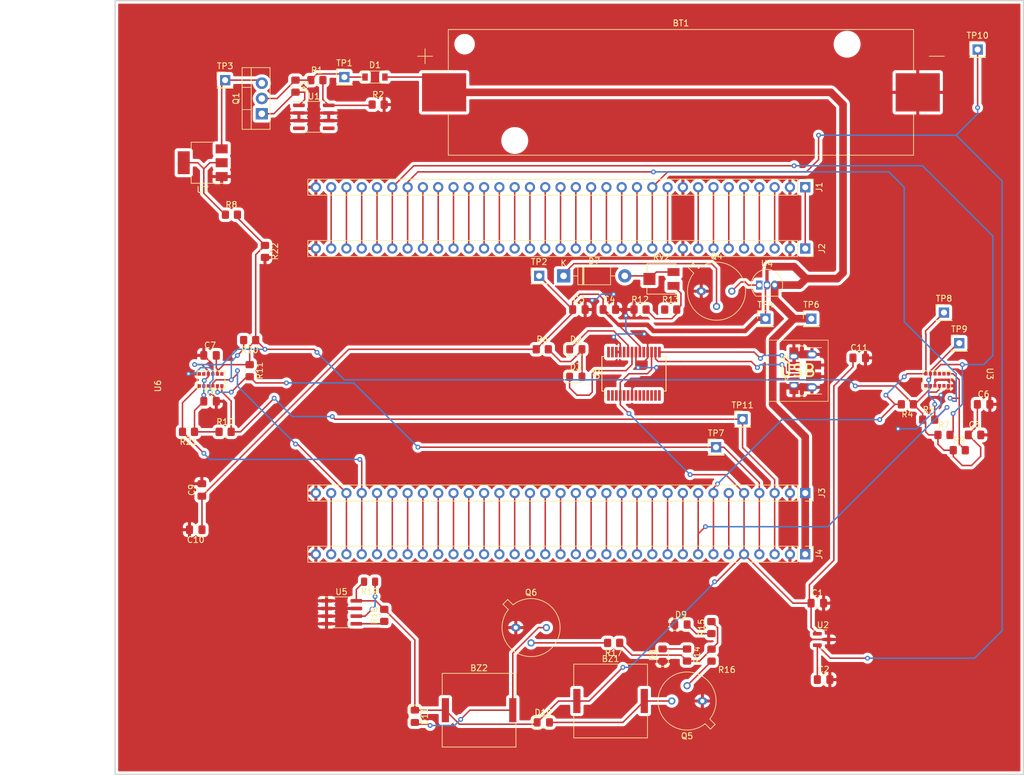
<source format=kicad_pcb>
(kicad_pcb (version 20211014) (generator pcbnew)
  (layers (0 "F.Cu" signal) (31 "B.Cu" signal) (34 "B.Paste" user) (35 "F.Paste" user) (36 "B.SilkS" user "B.Silkscreen") (37 "F.SilkS" user "F.Silkscreen") (38 "B.Mask" user) (39 "F.Mask" user) (44 "Edge.Cuts" user))
  (net 0 "")
  (net 1 "+3V0")
  (net 2 "GND")
  (net 3 "/VBAT")
  (net 4 "/PC13")
  (net 5 "/PC14")
  (net 6 "/PC15")
  (net 7 "/PF0")
  (net 8 "/PF1")
  (net 9 "/NRST")
  (net 10 "/PC0")
  (net 11 "/PC1")
  (net 12 "/PC2")
  (net 13 "/PC3")
  (net 14 "/PA0")
  (net 15 "/PA1")
  (net 16 "/PA2")
  (net 17 "/PA3")
  (net 18 "/PF4")
  (net 19 "/PF5")
  (net 20 "/PA4")
  (net 21 "/PA5")
  (net 22 "/PA6")
  (net 23 "/PA7")
  (net 24 "/PC4")
  (net 25 "/PC5")
  (net 26 "/PB0")
  (net 27 "/PB1")
  (net 28 "/PB2")
  (net 29 "/PB10")
  (net 30 "/PB11")
  (net 31 "/PB12")
  (net 32 "+5V")
  (net 33 "/PB9")
  (net 34 "/PB8")
  (net 35 "/Power/VoutBat")
  (net 36 "/BOOT")
  (net 37 "/PB7")
  (net 38 "/PB6")
  (net 39 "/PB5")
  (net 40 "/PB4")
  (net 41 "/PB3")
  (net 42 "/PD2")
  (net 43 "/PC12")
  (net 44 "/PC11")
  (net 45 "/PC10")
  (net 46 "/PA15")
  (net 47 "/PA14")
  (net 48 "/PF7")
  (net 49 "/PF6")
  (net 50 "/PA13")
  (net 51 "/PA12")
  (net 52 "/PA11")
  (net 53 "/PA10")
  (net 54 "/PA9")
  (net 55 "/PA8")
  (net 56 "/PC9")
  (net 57 "/PC8")
  (net 58 "/PC7")
  (net 59 "/PC6")
  (net 60 "/PB15")
  (net 61 "/PB14")
  (net 62 "/PB13")
  (net 63 "+3V3")
  (net 64 "Net-(BZ1-Pad2)")
  (net 65 "Net-(BZ2-Pad2)")
  (net 66 "Net-(C5-Pad1)")
  (net 67 "/Power/VoutPol")
  (net 68 "Net-(D2-Pad1)")
  (net 69 "Net-(D2-Pad2)")
  (net 70 "Net-(D3-Pad1)")
  (net 71 "Net-(D7-Pad1)")
  (net 72 "Net-(D7-Pad2)")
  (net 73 "Net-(D8-Pad2)")
  (net 74 "Net-(D9-Pad2)")
  (net 75 "/Power/USB_DN")
  (net 76 "/Power/USB_DP")
  (net 78 "Net-(Q1-Pad1)")
  (net 79 "/Power/VoutUnderCut")
  (net 80 "Net-(Q4-Pad3)")
  (net 81 "Net-(Q5-Pad2)")
  (net 82 "Net-(Q6-Pad2)")
  (net 83 "Net-(R1-Pad2)")
  (net 84 "/Power/3.3VDD")
  (net 85 "Net-(R12-Pad2)")
  (net 86 "PA5")
  (net 87 "PB11")
  (net 88 "PB10")
  (net 97 "TX0")
  (net 98 "DTR")
  (net 100 "RX1")
  (net 104 "CTS")
  (footprint "LED_SMD:LED_0805_2012Metric_Pad1.15x1.40mm_HandSolder" (layer "F.Cu") (at 131.064 135.636)
    (fp_text reference "D10")
    (fp_text value "LED")
  )
  (footprint "Capacitor_SMD:C_0805_2012Metric_Pad1.18x1.45mm_HandSolder" (layer "F.Cu") (at 74.352 97.024 90)
    (fp_text reference "C9")
    (fp_text value "0.1uF")
  )
  (footprint "Capacitor_SMD:C_0805_2012Metric_Pad1.18x1.45mm_HandSolder" (layer "F.Cu") (at 75.7135 74.676)
    (fp_text reference "C7")
    (fp_text value "C")
  )
  (footprint "Capacitor_SMD:C_0805_2012Metric_Pad1.18x1.45mm_HandSolder" (layer "F.Cu") (at 176.5785 115.828)
    (fp_text reference "C1")
    (fp_text value "100n")
  )
  (footprint "Capacitor_SMD:C_0805_2012Metric_Pad1.18x1.45mm_HandSolder" (layer "F.Cu") (at 136.976 67.06)
    (fp_text reference "C3")
    (fp_text value "1000u")
  )
  (footprint "Resistor_SMD:R_0805_2012Metric_Pad1.20x1.40mm_HandSolder" (layer "F.Cu") (at 89.9 29.956 -90)
    (fp_text reference "R3")
    (fp_text value "10k")
  )
  (footprint "Capacitor_SMD:C_0805_2012Metric_Pad1.18x1.45mm_HandSolder" (layer "F.Cu") (at 202.692 87.884)
    (fp_text reference "C5")
    (fp_text value "C")
  )
  (footprint "Connector_PinHeader_2.54mm:PinHeader_1x01_P2.54mm_Vertical" (layer "F.Cu") (at 78.216 28.956)
    (fp_text reference "TP3")
    (fp_text value "TestPoint")
  )
  (footprint "Package_TO_SOT_SMD:SOT-23" (layer "F.Cu") (at 177.516 121.858)
    (fp_text reference "U2")
    (fp_text value "MCP9700AT-ETT")
  )
  (footprint "Package_SO:SSOP-28_5.3x10.2mm_P0.65mm" (layer "F.Cu") (at 146.12 77.728 90)
    (fp_text reference "U8")
    (fp_text value "FT232RL")
  )
  (footprint "Resistor_SMD:R_0805_2012Metric_Pad1.20x1.40mm_HandSolder" (layer "F.Cu") (at 147.136 67.06)
    (fp_text reference "R12")
    (fp_text value "2.2k")
  )
  (footprint "Resistor_SMD:R_0805_2012Metric_Pad1.20x1.40mm_HandSolder" (layer "F.Cu") (at 200.152 90.424)
    (fp_text reference "R9")
    (fp_text value "47k")
  )
  (footprint "Resistor_SMD:R_0805_2012Metric_Pad1.20x1.40mm_HandSolder" (layer "F.Cu") (at 78.216 87.376)
    (fp_text reference "R10")
    (fp_text value "47k")
  )
  (footprint "Connector_PinHeader_2.54mm:PinHeader_1x01_P2.54mm_Vertical" (layer "F.Cu") (at 130.372 61.472)
    (fp_text reference "TP2")
    (fp_text value "TestPoint")
  )
  (footprint "Connector_PinHeader_2.54mm:PinHeader_1x01_P2.54mm_Vertical" (layer "F.Cu") (at 98.028 28.448)
    (fp_text reference "TP1")
    (fp_text value "TestPoint")
  )
  (footprint "Resistor_SMD:R_0805_2012Metric_Pad1.20x1.40mm_HandSolder" (layer "F.Cu") (at 84.836 57.404 -90)
    (fp_text reference "R22")
    (fp_text value "2.7k")
  )
  (footprint "Resistor_SMD:R_0805_2012Metric_Pad1.20x1.40mm_HandSolder" (layer "F.Cu") (at 159.004 124.46 -90)
    (fp_text reference "R16")
    (fp_text value "10k")
  )
  (footprint "Resistor_SMD:R_0805_2012Metric_Pad1.20x1.40mm_HandSolder" (layer "F.Cu") (at 191.532 82.804 180)
    (fp_text reference "R4")
    (fp_text value "47k")
  )
  (footprint "Resistor_SMD:R_0805_2012Metric_Pad1.20x1.40mm_HandSolder" (layer "F.Cu") (at 158.988 119.888 90)
    (fp_text reference "R15")
    (fp_text value "330")
  )
  (footprint "Capacitor_SMD:C_0805_2012Metric_Pad1.18x1.45mm_HandSolder" (layer "F.Cu") (at 204.1945 82.804)
    (fp_text reference "C6")
    (fp_text value "C")
  )
  (footprint "Capacitor_SMD:C_0805_2012Metric_Pad1.18x1.45mm_HandSolder" (layer "F.Cu") (at 75.7135 82.296)
    (fp_text reference "C8")
    (fp_text value "C")
  )
  (footprint "Potentiometer_SMD:Potentiometer_Bourns_3224J_Horizontal" (layer "F.Cu") (at 150.692 61.98)
    (fp_text reference "RV2")
    (fp_text value "1k")
  )
  (footprint "Package_TO_SOT_SMD:SOT-223-3_TabPin2" (layer "F.Cu") (at 74.492 42.676 180)
    (fp_text reference "U7")
    (fp_text value "LD1117S50TR_SOT223")
  )
  (footprint "Package_TO_SOT_THT:TO-92_Inline" (layer "F.Cu") (at 166.948 62.996)
    (fp_text reference "U4")
    (fp_text value "LM317L_TO92")
  )
  (footprint "Connector_PinHeader_2.54mm:PinHeader_1x01_P2.54mm_Vertical" (layer "F.Cu") (at 167.964 68.584)
    (fp_text reference "TP4")
    (fp_text value "TestPoint")
  )
  (footprint "Resistor_SMD:R_0805_2012Metric_Pad1.20x1.40mm_HandSolder" (layer "F.Cu") (at 142.748 122.428 180)
    (fp_text reference "R17")
    (fp_text value "10k")
  )
  (footprint "Connector_PinSocket_2.54mm:PinSocket_1x33_P2.54mm_Vertical" (layer "F.Cu") (at 174.568 56.925 -90)
    (fp_text reference "J2")
    (fp_text value "Conn_01x33_Female")
  )
  (footprint "LED_SMD:LED_0805_2012Metric_Pad1.15x1.40mm_HandSolder" (layer "F.Cu") (at 109.728 134.62 -90)
    (fp_text reference "D11")
    (fp_text value "LED")
  )
  (footprint "Package_TO_SOT_THT:TO-220-3_Vertical" (layer "F.Cu") (at 84.312 34.544 90)
    (fp_text reference "Q1")
    (fp_text value "IRF4905")
  )
  (footprint "Battery:BatteryHolder_Keystone_1042_1x18650" (layer "F.Cu") (at 153.924 30.988)
    (fp_text reference "BT1")
    (fp_text value "Battery_Cell")
  )
  (footprint "Resistor_SMD:R_0805_2012Metric_Pad1.20x1.40mm_HandSolder" (layer "F.Cu") (at 130.896 73.664)
    (fp_text reference "R6")
    (fp_text value "300")
  )
  (footprint "Connector_USB:USB_Micro-B_Amphenol_10103594-0001LF_Horizontal" (layer "F.Cu") (at 174.568 77.22 90)
    (fp_text reference "J5")
    (fp_text value "USB_B_Micro")
  )
  (footprint "Resistor_SMD:R_0805_2012Metric_Pad1.20x1.40mm_HandSolder" (layer "F.Cu") (at 104.648 117.856 90)
    (fp_text reference "R18")
    (fp_text value "1k")
  )
  (footprint "Package_SO:SOIC-8_3.9x4.9mm_P1.27mm" (layer "F.Cu") (at 92.948 35.052)
    (fp_text reference "U1")
    (fp_text value "TL431D")
  )
  (footprint "Diode_SMD:D_SOD-123" (layer "F.Cu") (at 103.108 28.448)
    (fp_text reference "D1")
    (fp_text value "D_Schottky")
  )
  (footprint "Package_SO:SOIC-8_3.9x4.9mm_P1.27mm" (layer "F.Cu") (at 97.536 117.348)
    (fp_text reference "U5")
    (fp_text value "CAT24C256")
  )
  (footprint "Connector_PinHeader_2.54mm:PinHeader_1x01_P2.54mm_Vertical" (layer "F.Cu") (at 200.152 72.644)
    (fp_text reference "TP9")
    (fp_text value "TestPoint")
  )
  (footprint "Resistor_SMD:R_0805_2012Metric_Pad1.20x1.40mm_HandSolder" (layer "F.Cu") (at 195.072 85.344)
    (fp_text reference "R5")
    (fp_text value "47k")
  )
  (footprint "Connector_PinHeader_2.54mm:PinHeader_1x33_P2.54mm_Vertical" (layer "F.Cu") (at 174.568 46.74 -90)
    (fp_text reference "J1")
    (fp_text value "Conn_01x33_Female")
  )
  (footprint "LED_SMD:LED_0805_2012Metric_Pad1.15x1.40mm_HandSolder" (layer "F.Cu") (at 150.876 124.46 90)
    (fp_text reference "D8")
    (fp_text value "LED")
  )
  (footprint "Package_TO_SOT_THT:TO-39-3" (layer "F.Cu") (at 157.48 132.08 180)
    (fp_text reference "Q5")
    (fp_text value "2N2219")
  )
  (footprint "Resistor_SMD:R_0805_2012Metric_Pad1.20x1.40mm_HandSolder" (layer "F.Cu") (at 197.612 87.884)
    (fp_text reference "R7")
    (fp_text value "47k")
  )
  (footprint "Capacitor_SMD:C_0805_2012Metric_Pad1.18x1.45mm_HandSolder" (layer "F.Cu") (at 142.0345 67.06)
    (fp_text reference "C4")
    (fp_text value "100n")
  )
  (footprint "Package_TO_SOT_THT:TO-39-3" (layer "F.Cu") (at 126.492 119.888)
    (fp_text reference "Q6")
    (fp_text value "2N2219")
  )
  (footprint "LED_SMD:LED_0805_2012Metric_Pad1.15x1.40mm_HandSolder" (layer "F.Cu") (at 136.468 73.664)
    (fp_text reference "D2")
    (fp_text value "LED")
  )
  (footprint "Resistor_SMD:R_0805_2012Metric_Pad1.20x1.40mm_HandSolder" (layer "F.Cu") (at 82.296 72.136 180)
    (fp_text reference "R20")
    (fp_text value "47k")
  )
  (footprint "LED_SMD:LED_0805_2012Metric_Pad1.15x1.40mm_HandSolder" (layer "F.Cu") (at 153.924 119.38)
    (fp_text reference "D9")
    (fp_text value "LED")
  )
  (footprint "Connector_PinHeader_2.54mm:PinHeader_1x33_P2.54mm_Vertical" (layer "F.Cu") (at 174.568 107.7 -90)
    (fp_text reference "J4")
    (fp_text value "Conn_01x33_Female")
  )
  (footprint "Resistor_SMD:R_0805_2012Metric_Pad1.20x1.40mm_HandSolder" (layer "F.Cu") (at 103.632 33.02)
    (fp_text reference "R2")
    (fp_text value "10k")
  )
  (footprint "Resistor_SMD:R_0805_2012Metric_Pad1.20x1.40mm_HandSolder" (layer "F.Cu") (at 154.94 124.444 -90)
    (fp_text reference "R14")
    (fp_text value "330")
  )
  (footprint "Connector_PinHeader_2.54mm:PinHeader_1x01_P2.54mm_Vertical" (layer "F.Cu") (at 197.612 67.564)
    (fp_text reference "TP8")
    (fp_text value "TestPoint")
  )
  (footprint "Capacitor_SMD:C_0805_2012Metric_Pad1.18x1.45mm_HandSolder" (layer "F.Cu") (at 73.336 103.628 180)
    (fp_text reference "C10")
    (fp_text value "10uF")
  )
  (footprint "Connector_PinHeader_2.54mm:PinHeader_1x01_P2.54mm_Vertical" (layer "F.Cu") (at 203.2 23.876)
    (fp_text reference "TP10")
    (fp_text value "TestPoint")
  )
  (footprint "Buzzer_Beeper:Buzzer_Murata_PKLCS1212E" (layer "F.Cu") (at 120.396 133.604)
    (fp_text reference "BZ2")
    (fp_text value "Buzzer")
  )
  (footprint "ProjectLibFootprints:VL6180" (layer "F.Cu") (at 74.676 79.756 90)
    (fp_text reference "U6")
    (fp_text value "VL618V1NR-1")
  )
  (footprint "Connector_PinHeader_2.54mm:PinHeader_1x01_P2.54mm_Vertical" (layer "F.Cu") (at 175.584 68.584)
    (fp_text reference "TP6")
    (fp_text value "TestPoint")
  )
  (footprint "ProjectLibFootprints:VL6180" (layer "F.Cu") (at 197.612 77.724 -90)
    (fp_text reference "U3")
    (fp_text value "VL618V1NR-1")
  )
  (footprint "Buzzer_Beeper:Buzzer_Murata_PKLCS1212E" (layer "F.Cu") (at 142.24 132.08)
    (fp_text reference "BZ1")
    (fp_text value "Buzzer")
  )
  (footprint "Connector_PinSocket_2.54mm:PinSocket_1x33_P2.54mm_Vertical" (layer "F.Cu") (at 174.568 97.54 -90)
    (fp_text reference "J3")
    (fp_text value "Conn_01x33_Female")
  )
  (footprint "Resistor_SMD:R_0805_2012Metric_Pad1.20x1.40mm_HandSolder" (layer "F.Cu") (at 82.296 77.216 -90)
    (fp_text reference "R11")
    (fp_text value "47k")
  )
  (footprint "Package_TO_SOT_THT:TO-39-3" (layer "F.Cu") (at 157.296 64.012)
    (fp_text reference "Q4")
    (fp_text value "2N3904")
  )
  (footprint "Resistor_SMD:R_0805_2012Metric_Pad1.20x1.40mm_HandSolder" (layer "F.Cu") (at 93.456 28.956)
    (fp_text reference "R1")
    (fp_text value "5.6k")
  )
  (footprint "Resistor_SMD:R_0805_2012Metric_Pad1.20x1.40mm_HandSolder" (layer "F.Cu") (at 79.264 51.308)
    (fp_text reference "R8")
    (fp_text value "560")
  )
  (footprint "Connector_PinHeader_2.54mm:PinHeader_1x01_P2.54mm_Vertical" (layer "F.Cu") (at 159.758 89.92)
    (fp_text reference "TP7")
    (fp_text value "TestPoint")
  )
  (footprint "Resistor_SMD:R_0805_2012Metric_Pad1.20x1.40mm_HandSolder" (layer "F.Cu") (at 152.232 67.06)
    (fp_text reference "R13")
    (fp_text value "300")
  )
  (footprint "Capacitor_SMD:C_0805_2012Metric_Pad1.18x1.45mm_HandSolder" (layer "F.Cu") (at 183.537 75.094)
    (fp_text reference "C11")
    (fp_text value "0.1uF")
  )
  (footprint "Resistor_SMD:R_0805_2012Metric" (layer "F.Cu") (at 102.2115 112.268 180)
    (fp_text reference "R19")
    (fp_text value "1k")
  )
  (footprint "Resistor_SMD:R_0805_2012Metric_Pad1.20x1.40mm_HandSolder" (layer "F.Cu") (at 72.136 87.376 180)
    (fp_text reference "R21")
    (fp_text value "47k")
  )
  (footprint "Diode_THT:D_DO-41_SOD81_P10.16mm_Horizontal" (layer "F.Cu") (at 134.436 61.472)
    (fp_text reference "D7")
    (fp_text value "1N4001")
  )
  (footprint "LED_SMD:LED_0805_2012Metric_Pad1.15x1.40mm_HandSolder" (layer "F.Cu") (at 136.459 78.236)
    (fp_text reference "D3")
    (fp_text value "LED")
  )
  (footprint "Capacitor_SMD:C_0805_2012Metric_Pad1.18x1.45mm_HandSolder" (layer "F.Cu") (at 177.616 128.528)
    (fp_text reference "C2")
    (fp_text value "100n")
  )
  (footprint "Connector_PinHeader_2.54mm:PinHeader_1x01_P2.54mm_Vertical" (layer "F.Cu") (at 164.158 85.27)
    (fp_text reference "TP11")
    (fp_text value "TestPoint")
  )
  (gr_rect (start 168.218 72.14) (end 178.378 82.3) (layer "F.SilkS") (width 0.1) (fill none))
  (gr_rect (start 210.82 15.748) (end 59.944 144.272) (layer "Edge.Cuts") (width 0.2) (fill none))
  (gr_text "USB" (at 173.298 77.22) (layer "F.SilkS") (effects (font (size 2 2) (thickness 0.3))))
  (segment (start 174.568 46.74) (end 174.568 56.925) (width 0.25) (layer "F.Cu") (net 1))
  (segment (start 147.32 78.232) (end 150.368 78.232) (width 0.25) (layer "F.Cu") (net 2))
  (segment (start 199.136 78.74) (end 199.644 79.248) (width 0.25) (layer "F.Cu") (net 2))
  (segment (start 198.362 80.022) (end 197.104 81.28) (width 0.25) (layer "F.Cu") (net 2))
  (segment (start 146.812 75.692) (end 147.828 75.692) (width 0.25) (layer "F.Cu") (net 2))
  (segment (start 76.751 82.296) (end 76.751 81.831) (width 0.25) (layer "F.Cu") (net 2))
  (segment (start 143.072 67.06) (end 143.072 64.84) (width 0.25) (layer "F.Cu") (net 2))
  (segment (start 199.644 80.264) (end 199.136 80.772) (width 0.25) (layer "F.Cu") (net 2))
  (segment (start 146.445 76.059) (end 146.445 74.128) (width 0.25) (layer "F.Cu") (net 2))
  (segment (start 146.812 76.708) (end 146.445 76.341) (width 0.25) (layer "F.Cu") (net 2))
  (segment (start 143.072 67.06) (end 146.136 67.06) (width 0.25) (layer "F.Cu") (net 2))
  (segment (start 147.828 75.692) (end 148.395 75.125) (width 0.25) (layer "F.Cu") (net 2))
  (segment (start 143.845 72.725) (end 142.748 71.628) (width 0.25) (layer "F.Cu") (net 2))
  (segment (start 198.362 80.506) (end 198.362 79.724) (width 0.25) (layer "F.Cu") (net 2))
  (segment (start 148.395 71.687) (end 148.395 74.128) (width 0.25) (layer "F.Cu") (net 2))
  (segment (start 150.368 78.232) (end 150.368 77.216) (width 0.25) (layer "F.Cu") (net 2))
  (segment (start 146.304 79.248) (end 147.32 78.232) (width 0.25) (layer "F.Cu") (net 2))
  (segment (start 145.795 80.203) (end 146.304 79.694) (width 0.25) (layer "F.Cu") (net 2))
  (segment (start 146.304 79.694) (end 146.304 79.248) (width 0.25) (layer "F.Cu") (net 2))
  (segment (start 143.072 67.06) (end 143.768 67.06) (width 0.25) (layer "F.Cu") (net 2))
  (segment (start 148.395 75.125) (end 148.395 74.128) (width 0.25) (layer "F.Cu") (net 2))
  (segment (start 142.748 71.628) (end 142.743701 71.632299) (width 0.25) (layer "F.Cu") (net 2))
  (segment (start 76.176 77.756) (end 76.176 76.176) (width 0.25) (layer "F.Cu") (net 2))
  (segment (start 145.795 81.328) (end 145.795 80.203) (width 0.25) (layer "F.Cu") (net 2))
  (segment (start 146.445 76.341) (end 146.445 76.059) (width 0.25) (layer "F.Cu") (net 2))
  (segment (start 76.176 76.176) (end 74.676 74.676) (width 0.25) (layer "F.Cu") (net 2))
  (segment (start 150.368 77.216) (end 149.86 76.708) (width 0.25) (layer "F.Cu") (net 2))
  (segment (start 146.445 76.059) (end 146.812 75.692) (width 0.25) (layer "F.Cu") (net 2))
  (segment (start 198.362 79.724) (end 198.362 80.022) (width 0.25) (layer "F.Cu") (net 2))
  (segment (start 76.751 81.831) (end 75.692 80.772) (width 0.25) (layer "F.Cu") (net 2))
  (segment (start 143.845 74.128) (end 143.845 72.725) (width 0.25) (layer "F.Cu") (net 2))
  (segment (start 198.628 80.772) (end 198.362 80.506) (width 0.25) (layer "F.Cu") (net 2))
  (segment (start 196.112 79.724) (end 196.112 79.174) (width 0.25) (layer "F.Cu") (net 2))
  (segment (start 147.828 71.12) (end 148.395 71.687) (width 0.25) (layer "F.Cu") (net 2))
  (segment (start 199.644 79.248) (end 199.644 80.264) (width 0.25) (layer "F.Cu") (net 2))
  (segment (start 143.072 64.84) (end 142.748 64.516) (width 0.25) (layer "F.Cu") (net 2))
  (segment (start 199.136 80.772) (end 198.628 80.772) (width 0.25) (layer "F.Cu") (net 2))
  (segment (start 196.546 78.74) (end 199.136 78.74) (width 0.25) (layer "F.Cu") (net 2))
  (segment (start 196.112 79.174) (end 196.546 78.74) (width 0.25) (layer "F.Cu") (net 2))
  (segment (start 143.768 67.06) (end 144.78 68.072) (width 0.25) (layer "F.Cu") (net 2))
  (via (at 189.992 86.868) (size 0.8) (drill 0.4) (layers "F.Cu" "B.Cu") (net 2))
  (via (at 142.748 64.516) (size 0.8) (drill 0.4) (layers "F.Cu" "B.Cu") (net 2))
  (via (at 146.812 76.708) (size 0.8) (drill 0.4) (layers "F.Cu" "B.Cu") (net 2))
  (via (at 197.104 81.28) (size 0.8) (drill 0.4) (layers "F.Cu" "B.Cu") (net 2))
  (via (at 139.192 65.532) (size 0.8) (drill 0.4) (layers "F.Cu" "B.Cu") (net 2))
  (via (at 147.828 71.12) (size 0.8) (drill 0.4) (layers "F.Cu" "B.Cu") (net 2))
  (via (at 75.692 80.772) (size 0.8) (drill 0.4) (layers "F.Cu" "B.Cu") (net 2))
  (via (at 149.86 76.708) (size 0.8) (drill 0.4) (layers "F.Cu" "B.Cu") (net 2))
  (via (at 142.743701 71.632299) (size 0.8) (drill 0.4) (layers "F.Cu" "B.Cu") (net 2))
  (via (at 72.136 77.724) (size 0.8) (drill 0.4) (layers "F.Cu" "B.Cu") (net 2))
  (via (at 144.78 68.072) (size 0.8) (drill 0.4) (layers "F.Cu" "B.Cu") (net 2))
  (segment (start 74.168 76.708) (end 73.152 77.724) (width 0.25) (layer "B.Cu") (net 2))
  (segment (start 193.048614 86.868) (end 189.992 86.868) (width 0.25) (layer "B.Cu") (net 2))
  (segment (start 142.748 64.516) (end 140.716 64.516) (width 0.25) (layer "B.Cu") (net 2))
  (segment (start 73.152 77.724) (end 72.136 77.724) (width 0.25) (layer "B.Cu") (net 2))
  (segment (start 144.78 68.072) (end 144.78 70.612) (width 0.25) (layer "B.Cu") (net 2))
  (segment (start 142.743701 71.632299) (end 143.256 71.12) (width 0.25) (layer "B.Cu") (net 2))
  (segment (start 75.692 76.708) (end 74.168 76.708) (width 0.25) (layer "B.Cu") (net 2))
  (segment (start 197.104 81.28) (end 197.104 82.812614) (width 0.25) (layer "B.Cu") (net 2))
  (segment (start 144.78 70.612) (end 145.288 71.12) (width 0.25) (layer "B.Cu") (net 2))
  (segment (start 139.7 65.532) (end 139.192 65.532) (width 0.25) (layer "B.Cu") (net 2))
  (segment (start 75.692 79.248) (end 76.2 78.74) (width 0.25) (layer "B.Cu") (net 2))
  (segment (start 76.2 78.74) (end 76.2 77.216) (width 0.25) (layer "B.Cu") (net 2))
  (segment (start 149.86 76.708) (end 146.812 76.708) (width 0.25) (layer "B.Cu") (net 2))
  (segment (start 143.256 71.12) (end 145.288 71.12) (width 0.25) (layer "B.Cu") (net 2))
  (segment (start 76.2 77.216) (end 75.692 76.708) (width 0.25) (layer "B.Cu") (net 2))
  (segment (start 75.692 80.772) (end 75.692 79.248) (width 0.25) (layer "B.Cu") (net 2))
  (segment (start 197.104 82.812614) (end 193.048614 86.868) (width 0.25) (layer "B.Cu") (net 2))
  (segment (start 145.288 71.12) (end 147.828 71.12) (width 0.25) (layer "B.Cu") (net 2))
  (segment (start 140.716 64.516) (end 139.7 65.532) (width 0.25) (layer "B.Cu") (net 2))
  (segment (start 169.488 46.74) (end 169.488 56.925) (width 0.25) (layer "F.Cu") (net 3))
  (segment (start 166.948 46.74) (end 166.948 56.925) (width 0.25) (layer "F.Cu") (net 4))
  (segment (start 164.408 46.74) (end 164.408 56.925) (width 0.25) (layer "F.Cu") (net 5))
  (segment (start 161.868 46.74) (end 161.868 56.925) (width 0.25) (layer "F.Cu") (net 6))
  (segment (start 159.328 46.74) (end 159.328 56.925) (width 0.25) (layer "F.Cu") (net 7))
  (segment (start 156.788 46.74) (end 156.788 56.925) (width 0.25) (layer "F.Cu") (net 8))
  (segment (start 151.708 46.74) (end 151.708 56.925) (width 0.25) (layer "F.Cu") (net 9))
  (segment (start 184.912 124.968) (end 178.7385 124.968) (width 0.25) (layer "F.Cu") (net 10))
  (segment (start 176.784 42.164) (end 176.784 38.1) (width 0.25) (layer "F.Cu") (net 10))
  (segment (start 178.7385 124.968) (end 176.5785 122.808) (width 0.25) (layer "F.Cu") (net 10))
  (segment (start 176.5785 128.528) (end 176.5785 122.808) (width 0.25) (layer "F.Cu") (net 10))
  (segment (start 151.712 44.196) (end 174.752 44.196) (width 0.25) (layer "F.Cu") (net 10))
  (segment (start 174.752 44.196) (end 176.784 42.164) (width 0.25) (layer "F.Cu") (net 10))
  (segment (start 149.168 46.74) (end 151.712 44.196) (width 0.25) (layer "F.Cu") (net 10))
  (segment (start 203.2 23.876) (end 203.2 33.528) (width 0.25) (layer "F.Cu") (net 10))
  (segment (start 149.168 46.74) (end 149.168 56.925) (width 0.25) (layer "F.Cu") (net 10))
  (via (at 203.2 33.528) (size 0.8) (drill 0.4) (layers "F.Cu" "B.Cu") (net 10))
  (via (at 176.784 38.1) (size 0.8) (drill 0.4) (layers "F.Cu" "B.Cu") (net 10))
  (via (at 184.912 124.968) (size 0.8) (drill 0.4) (layers "F.Cu" "B.Cu") (net 10))
  (segment (start 203.2 34.544) (end 199.644 38.1) (width 0.25) (layer "B.Cu") (net 10))
  (segment (start 176.784 38.1) (end 199.644 38.1) (width 0.25) (layer "B.Cu") (net 10))
  (segment (start 207.264 120.396) (end 205.232 122.428) (width 0.25) (layer "B.Cu") (net 10))
  (segment (start 203.2 33.528) (end 203.2 34.544) (width 0.25) (layer "B.Cu") (net 10))
  (segment (start 205.232 122.428) (end 202.692 124.968) (width 0.25) (layer "B.Cu") (net 10))
  (segment (start 207.264 83.82) (end 207.264 120.396) (width 0.25) (layer "B.Cu") (net 10))
  (segment (start 199.644 38.1) (end 207.264 45.72) (width 0.25) (layer "B.Cu") (net 10))
  (segment (start 202.692 124.968) (end 184.912 124.968) (width 0.25) (layer "B.Cu") (net 10))
  (segment (start 207.264 45.72) (end 207.264 83.82) (width 0.25) (layer "B.Cu") (net 10))
  (segment (start 146.628 46.74) (end 146.628 56.925) (width 0.25) (layer "F.Cu") (net 11))
  (segment (start 144.088 46.74) (end 144.088 56.925) (width 0.25) (layer "F.Cu") (net 12))
  (segment (start 141.548 46.74) (end 141.548 56.925) (width 0.25) (layer "F.Cu") (net 13))
  (segment (start 139.008 46.74) (end 139.008 56.925) (width 0.25) (layer "F.Cu") (net 14))
  (segment (start 136.468 46.74) (end 136.468 56.925) (width 0.25) (layer "F.Cu") (net 15))
  (segment (start 133.928 46.74) (end 133.928 56.925) (width 0.25) (layer "F.Cu") (net 16))
  (segment (start 131.388 46.74) (end 131.388 56.925) (width 0.25) (layer "F.Cu") (net 17))
  (segment (start 128.848 46.74) (end 128.848 56.925) (width 0.25) (layer "F.Cu") (net 18))
  (segment (start 126.308 46.74) (end 126.308 56.925) (width 0.25) (layer "F.Cu") (net 19))
  (segment (start 123.768 46.74) (end 123.768 56.925) (width 0.25) (layer "F.Cu") (net 20))
  (segment (start 121.228 46.74) (end 121.228 56.925) (width 0.25) (layer "F.Cu") (net 21))
  (segment (start 118.688 46.74) (end 118.688 56.925) (width 0.25) (layer "F.Cu") (net 22))
  (segment (start 116.148 46.74) (end 116.148 56.925) (width 0.25) (layer "F.Cu") (net 23))
  (segment (start 113.608 46.74) (end 113.608 56.925) (width 0.25) (layer "F.Cu") (net 24))
  (segment (start 111.068 46.74) (end 111.068 56.925) (width 0.25) (layer "F.Cu") (net 25))
  (segment (start 198.628 81.788) (end 200.152 81.788) (width 0.25) (layer "F.Cu") (net 26))
  (segment (start 108.528 45.904) (end 109.22 45.212) (width 0.25) (layer "F.Cu") (net 26))
  (segment (start 200.152 78.74) (end 199.136 77.724) (width 0.25) (layer "F.Cu") (net 26))
  (segment (start 200.152 81.788) (end 200.152 78.74) (width 0.25) (layer "F.Cu") (net 26))
  (segment (start 200.152 89.408) (end 200.152 81.788) (width 0.25) (layer "F.Cu") (net 26))
  (segment (start 109.22 45.212) (end 110.236 44.196) (width 0.25) (layer "F.Cu") (net 26))
  (segment (start 201.152 90.408) (end 200.152 89.408) (width 0.25) (layer "F.Cu") (net 26))
  (segment (start 110.236 44.196) (end 149.352 44.196) (width 0.25) (layer "F.Cu") (net 26))
  (segment (start 201.152 90.424) (end 201.152 90.408) (width 0.25) (layer "F.Cu") (net 26))
  (segment (start 199.136 77.724) (end 198.362 77.724) (width 0.25) (layer "F.Cu") (net 26))
  (segment (start 108.528 46.74) (end 108.528 56.925) (width 0.25) (layer "F.Cu") (net 26))
  (segment (start 108.528 46.74) (end 108.528 45.904) (width 0.25) (layer "F.Cu") (net 26))
  (via (at 149.352 44.196) (size 0.8) (drill 0.4) (layers "F.Cu" "B.Cu") (net 26))
  (via (at 198.628 81.788) (size 0.8) (drill 0.4) (layers "F.Cu" "B.Cu") (net 26))
  (segment (start 189.484 45.212) (end 191.008 46.736) (width 0.25) (layer "B.Cu") (net 26))
  (segment (start 188.468 44.196) (end 189.484 45.212) (width 0.25) (layer "B.Cu") (net 26))
  (segment (start 199.644 77.724) (end 199.644 82.296) (width 0.25) (layer "B.Cu") (net 26))
  (segment (start 191.008 46.736) (end 191.008 69.088) (width 0.25) (layer "B.Cu") (net 26))
  (segment (start 191.008 69.088) (end 197.104 75.184) (width 0.25) (layer "B.Cu") (net 26))
  (segment (start 197.104 75.184) (end 199.644 77.724) (width 0.25) (layer "B.Cu") (net 26))
  (segment (start 149.352 44.196) (end 188.468 44.196) (width 0.25) (layer "B.Cu") (net 26))
  (segment (start 199.136 82.296) (end 198.628 81.788) (width 0.25) (layer "B.Cu") (net 26))
  (segment (start 199.644 82.296) (end 199.136 82.296) (width 0.25) (layer "B.Cu") (net 26))
  (segment (start 196.112 77.724) (end 196.112 77.174) (width 0.25) (layer "F.Cu") (net 27))
  (segment (start 199.136 84.328) (end 199.136 87.36) (width 0.25) (layer "F.Cu") (net 27))
  (segment (start 196.112 77.174) (end 197.086 76.2) (width 0.25) (layer "F.Cu") (net 27))
  (segment (start 197.086 76.2) (end 200.66 76.2) (width 0.25) (layer "F.Cu") (net 27))
  (segment (start 112.268 43.18) (end 172.72 43.18) (width 0.25) (layer "F.Cu") (net 27))
  (segment (start 199.136 87.36) (end 198.612 87.884) (width 0.25) (layer "F.Cu") (net 27))
  (segment (start 109.548 43.18) (end 112.268 43.18) (width 0.25) (layer "F.Cu") (net 27))
  (segment (start 105.988 56.925) (end 105.988 46.74) (width 0.25) (layer "F.Cu") (net 27))
  (segment (start 105.988 46.74) (end 109.548 43.18) (width 0.25) (layer "F.Cu") (net 27))
  (via (at 200.66 76.2) (size 0.8) (drill 0.4) (layers "F.Cu" "B.Cu") (net 27))
  (via (at 172.72 43.18) (size 0.8) (drill 0.4) (layers "F.Cu" "B.Cu") (net 27))
  (via (at 199.136 84.328) (size 0.8) (drill 0.4) (layers "F.Cu" "B.Cu") (net 27))
  (segment (start 172.72 43.18) (end 194.056 43.18) (width 0.25) (layer "B.Cu") (net 27))
  (segment (start 205.74 54.864) (end 205.74 74.676) (width 0.25) (layer "B.Cu") (net 27))
  (segment (start 205.74 74.676) (end 204.216 76.2) (width 0.25) (layer "B.Cu") (net 27))
  (segment (start 200.66 82.804) (end 199.136 84.328) (width 0.25) (layer "B.Cu") (net 27))
  (segment (start 204.216 76.2) (end 200.66 76.2) (width 0.25) (layer "B.Cu") (net 27))
  (segment (start 200.66 76.2) (end 200.66 82.804) (width 0.25) (layer "B.Cu") (net 27))
  (segment (start 194.056 43.18) (end 205.74 54.864) (width 0.25) (layer "B.Cu") (net 27))
  (segment (start 103.448 46.74) (end 103.448 56.925) (width 0.25) (layer "F.Cu") (net 28))
  (segment (start 100.908 46.74) (end 100.908 56.925) (width 0.25) (layer "F.Cu") (net 29))
  (segment (start 98.368 46.74) (end 98.368 56.925) (width 0.25) (layer "F.Cu") (net 30))
  (segment (start 95.828 46.74) (end 95.828 56.925) (width 0.25) (layer "F.Cu") (net 31))
  (segment (start 140.997 65.305) (end 140.997 67.06) (width 0.25) (layer "F.Cu") (net 32))
  (segment (start 166.62 68.584) (end 164.592 70.612) (width 0.76) (layer "F.Cu") (net 32))
  (segment (start 114.594 30.988) (end 178.816 30.988) (width 1.27) (layer "F.Cu") (net 32))
  (segment (start 130.372 61.472) (end 130.372 61.4935) (width 0.25) (layer "F.Cu") (net 32))
  (segment (start 169.488 62.996) (end 173.62296 62.996) (width 1.27) (layer "F.Cu") (net 32))
  (segment (start 149.352 70.612) (end 148.336 69.596) (width 0.76) (layer "F.Cu") (net 32))
  (segment (start 140.997 67.06) (end 143.6485 69.7115) (width 0.54) (layer "F.Cu") (net 32))
  (segment (start 174.568 88.208) (end 169.164 82.804) (width 1.27) (layer "F.Cu") (net 32))
  (segment (start 174.568 97.54) (end 174.568 88.208) (width 1.27) (layer "F.Cu") (net 32))
  (segment (start 143.6485 69.7115) (end 147.095 73.158) (width 0.25) (layer "F.Cu") (net 32))
  (segment (start 129.896 73.664) (end 98.7495 73.664) (width 0.25) (layer "F.Cu") (net 32))
  (segment (start 130.372 61.4935) (end 135.9385 67.06) (width 0.25) (layer "F.Cu") (net 32))
  (segment (start 168.218 60.382) (end 168.218 62.996) (width 0.54) (layer "F.Cu") (net 32))
  (segment (start 169.164 78.74) (end 169.359 78.545) (width 0.25) (layer "F.Cu") (net 32))
  (segment (start 174.69748 61.92148) (end 172.72 59.944) (width 1.27) (layer "F.Cu") (net 32))
  (segment (start 180.848 60.96) (end 179.88652 61.92148) (width 1.27) (layer "F.Cu") (net 32))
  (segment (start 167.964 63.25) (end 168.218 62.996) (width 0.25) (layer "F.Cu") (net 32))
  (segment (start 74.3735 103.628) (end 74.3735 98.083) (width 0.25) (layer "F.Cu") (net 32))
  (segment (start 172.716 68.584) (end 172.724 68.584) (width 0.25) (layer "F.Cu") (net 32))
  (segment (start 129.896 73.664) (end 135.9385 67.6215) (width 0.25) (layer "F.Cu") (net 32))
  (segment (start 168.656 59.944) (end 168.218 60.382) (width 0.25) (layer "F.Cu") (net 32))
  (segment (start 135.9385 65.7375) (end 137.16 64.516) (width 0.25) (layer "F.Cu") (net 32))
  (segment (start 172.724 68.584) (end 175.584 68.584) (width 1.27) (layer "F.Cu") (net 32))
  (segment (start 147.095 73.158) (end 147.095 74.128) (width 0.25) (layer "F.Cu") (net 32))
  (segment (start 174.568 97.54) (end 174.568 107.7) (width 1.27) (layer "F.Cu") (net 32))
  (segment (start 104.758 28.448) (end 112.054 28.448) (width 0.25) (layer "F.Cu") (net 32))
  (segment (start 167.964 68.584) (end 166.62 68.584) (width 0.76) (layer "F.Cu") (net 32))
  (segment (start 112.054 28.448) (end 114.594 30.988) (width 0.25) (layer "F.Cu") (net 32))
  (segment (start 180.848 33.02) (end 180.848 60.96) (width 1.27) (layer "F.Cu") (net 32))
  (segment (start 173.62296 62.996) (end 174.69748 61.92148) (width 1.27) (layer "F.Cu") (net 32))
  (segment (start 135.9385 67.6215) (end 135.9385 67.06) (width 0.25) (layer "F.Cu") (net 32))
  (segment (start 178.816 30.988) (end 180.848 33.02) (width 1.27) (layer "F.Cu") (net 32))
  (segment (start 172.72 59.944) (end 168.656 59.944) (width 1.27) (layer "F.Cu") (net 32))
  (segment (start 135.9385 67.06) (end 135.9385 65.7375) (width 0.25) (layer "F.Cu") (net 32))
  (segment (start 148.336 69.596) (end 143.764 69.596) (width 0.76) (layer "F.Cu") (net 32))
  (segment (start 172.724 68.584) (end 169.488 65.348) (width 1.27) (layer "F.Cu") (net 32))
  (segment (start 169.164 72.136) (end 172.716 68.584) (width 1.27) (layer "F.Cu") (net 32))
  (segment (start 140.208 64.516) (end 140.997 65.305) (width 0.25) (layer "F.Cu") (net 32))
  (segment (start 179.88652 61.92148) (end 174.69748 61.92148) (width 1.27) (layer "F.Cu") (net 32))
  (segment (start 169.164 82.804) (end 169.164 78.74) (width 1.27) (layer "F.Cu") (net 32))
  (segment (start 167.964 68.584) (end 167.964 63.25) (width 0.25) (layer "F.Cu") (net 32))
  (segment (start 74.3735 98.083) (end 74.352 98.0615) (width 0.25) (layer "F.Cu") (net 32))
  (segment (start 164.592 70.612) (end 149.352 70.612) (width 0.76) (layer "F.Cu") (net 32))
  (segment (start 169.488 65.348) (end 169.488 62.996) (width 1.27) (layer "F.Cu") (net 32))
  (segment (start 98.7495 73.664) (end 74.352 98.0615) (width 0.25) (layer "F.Cu") (net 32))
  (segment (start 169.164 78.74) (end 169.164 72.136) (width 1.27) (layer "F.Cu") (net 32))
  (segment (start 137.16 64.516) (end 140.208 64.516) (width 0.25) (layer "F.Cu") (net 32))
  (segment (start 169.359 78.545) (end 172.803 78.545) (width 0.25) (layer "F.Cu") (net 32))
  (segment (start 86.36 81.788) (end 80.772 87.376) (width 0.25) (layer "F.Cu") (net 33))
  (segment (start 169.488 97.54) (end 169.488 95.32) (width 0.25) (layer "F.Cu") (net 33))
  (segment (start 79.216 82.264) (end 77.676 80.724) (width 0.25) (layer "F.Cu") (net 33))
  (segment (start 80.772 87.376) (end 79.216 87.376) (width 0.25) (layer "F.Cu") (net 33))
  (segment (start 77.676 80.724) (end 77.676 79.756) (width 0.25) (layer "F.Cu") (net 33))
  (segment (start 79.216 87.376) (end 79.216 82.264) (width 0.25) (layer "F.Cu") (net 33))
  (segment (start 169.488 97.54) (end 169.488 107.7) (width 0.25) (layer "F.Cu") (net 33))
  (segment (start 164.158 85.27) (end 96.446 85.27) (width 0.25) (layer "F.Cu") (net 33))
  (segment (start 164.158 89.99) (end 164.158 85.27) (width 0.25) (layer "F.Cu") (net 33))
  (segment (start 96.446 85.27) (end 96.012 84.836) (width 0.25) (layer "F.Cu") (net 33))
  (segment (start 169.488 95.32) (end 164.158 89.99) (width 0.25) (layer "F.Cu") (net 33))
  (via (at 96.012 84.836) (size 0.8) (drill 0.4) (layers "F.Cu" "B.Cu") (net 33))
  (via (at 86.36 81.788) (size 0.8) (drill 0.4) (layers "F.Cu" "B.Cu") (net 33))
  (segment (start 96.012 84.836) (end 89.408 84.836) (width 0.25) (layer "B.Cu") (net 33))
  (segment (start 89.408 84.836) (end 86.36 81.788) (width 0.25) (layer "B.Cu") (net 33))
  (segment (start 110.24 89.92) (end 159.758 89.92) (width 0.25) (layer "F.Cu") (net 34))
  (segment (start 161.04 89.92) (end 159.758 89.92) (width 0.25) (layer "F.Cu") (net 34))
  (segment (start 79.248 80.772) (end 81.804 78.216) (width 0.25) (layer "F.Cu") (net 34))
  (segment (start 166.948 97.54) (end 166.948 107.7) (width 0.25) (layer "F.Cu") (net 34))
  (segment (start 81.804 78.216) (end 82.296 78.216) (width 0.25) (layer "F.Cu") (net 34))
  (segment (start 76.926 80.76978) (end 76.955412 80.799192) (width 0.25) (layer "F.Cu") (net 34))
  (segment (start 110.236 89.916) (end 110.24 89.92) (width 0.25) (layer "F.Cu") (net 34))
  (segment (start 82.296 78.216) (end 83.328 79.248) (width 0.25) (layer "F.Cu") (net 34))
  (segment (start 83.328 79.248) (end 88.392 79.248) (width 0.25) (layer "F.Cu") (net 34))
  (segment (start 166.948 97.54) (end 166.948 95.828) (width 0.25) (layer "F.Cu") (net 34))
  (segment (start 166.948 95.828) (end 161.04 89.92) (width 0.25) (layer "F.Cu") (net 34))
  (segment (start 76.926 79.756) (end 76.926 80.76978) (width 0.25) (layer "F.Cu") (net 34))
  (via (at 76.955412 80.799192) (size 0.8) (drill 0.4) (layers "F.Cu" "B.Cu") (net 34))
  (via (at 88.392 79.248) (size 0.8) (drill 0.4) (layers "F.Cu" "B.Cu") (net 34))
  (via (at 110.236 89.916) (size 0.8) (drill 0.4) (layers "F.Cu" "B.Cu") (net 34))
  (via (at 79.248 80.772) (size 0.8) (drill 0.4) (layers "F.Cu" "B.Cu") (net 34))
  (segment (start 79.220808 80.799192) (end 79.248 80.772) (width 0.25) (layer "B.Cu") (net 34))
  (segment (start 88.392 79.248) (end 99.568 79.248) (width 0.25) (layer "B.Cu") (net 34))
  (segment (start 99.568 79.248) (end 110.236 89.916) (width 0.25) (layer "B.Cu") (net 34))
  (segment (start 76.955412 80.799192) (end 79.220808 80.799192) (width 0.25) (layer "B.Cu") (net 34))
  (segment (start 161.868 97.54) (end 161.868 107.7) (width 0.25) (layer "F.Cu") (net 36))
  (segment (start 197.612 67.564) (end 194.564 70.612) (width 0.25) (layer "F.Cu") (net 37))
  (segment (start 194.564 71.12) (end 194.612 71.168) (width 0.25) (layer "F.Cu") (net 37))
  (segment (start 194.612 77.724) (end 191.516 77.724) (width 0.25) (layer "F.Cu") (net 37))
  (segment (start 194.612 71.168) (end 194.612 77.724) (width 0.25) (layer "F.Cu") (net 37))
  (segment (start 186.944 85.344) (end 189.484 82.804) (width 0.25) (layer "F.Cu") (net 37))
  (segment (start 187.96 81.28) (end 189.484 82.804) (width 0.25) (layer "F.Cu") (net 37))
  (segment (start 159.328 96.704) (end 160.02 96.012) (width 0.25) (layer "F.Cu") (net 37))
  (segment (start 194.564 70.612) (end 194.564 71.12) (width 0.25) (layer "F.Cu") (net 37))
  (segment (start 159.328 97.54) (end 159.328 107.7) (width 0.25) (layer "F.Cu") (net 37))
  (segment (start 159.328 97.54) (end 159.328 96.704) (width 0.25) (layer "F.Cu") (net 37))
  (segment (start 189.484 82.804) (end 190.532 82.804) (width 0.25) (layer "F.Cu") (net 37))
  (segment (start 191.516 77.724) (end 191.008 78.232) (width 0.25) (layer "F.Cu") (net 37))
  (via (at 191.008 78.232) (size 0.8) (drill 0.4) (layers "F.Cu" "B.Cu") (net 37))
  (via (at 186.944 85.344) (size 0.8) (drill 0.4) (layers "F.Cu" "B.Cu") (net 37))
  (via (at 187.96 81.28) (size 0.8) (drill 0.4) (layers "F.Cu" "B.Cu") (net 37))
  (via (at 160.02 96.012) (size 0.8) (drill 0.4) (layers "F.Cu" "B.Cu") (net 37))
  (segment (start 160.02 96.012) (end 170.688 85.344) (width 0.25) (layer "B.Cu") (net 37))
  (segment (start 170.688 85.344) (end 186.944 85.344) (width 0.25) (layer "B.Cu") (net 37))
  (segment (start 191.008 78.232) (end 187.96 81.28) (width 0.25) (layer "B.Cu") (net 37))
  (segment (start 156.788 97.54) (end 156.788 107.7) (width 0.25) (layer "F.Cu") (net 38))
  (segment (start 196.072 82.82) (end 196.088 82.804) (width 0.25) (layer "F.Cu") (net 38))
  (segment (start 199.967978 72.644) (end 195.362 77.249978) (width 0.25) (layer "F.Cu") (net 38))
  (segment (start 156.788 104.324) (end 157.988 103.124) (width 0.25) (layer "F.Cu") (net 38))
  (segment (start 196.072 85.344) (end 196.072 82.82) (width 0.25) (layer "F.Cu") (net 38))
  (segment (start 200.152 72.644) (end 199.967978 72.644) (width 0.25) (layer "F.Cu") (net 38))
  (segment (start 195.362 77.249978) (end 195.362 77.724) (width 0.25) (layer "F.Cu") (net 38))
  (segment (start 195.362 78.454) (end 195.072 78.744) (width 0.25) (layer "F.Cu") (net 38))
  (segment (start 196.088 85.344) (end 196.072 85.344) (width 0.25) (layer "F.Cu") (net 38))
  (segment (start 156.788 107.7) (end 156.788 104.324) (width 0.25) (layer "F.Cu") (net 38))
  (segment (start 198.12 83.312) (end 196.088 85.344) (width 0.25) (layer "F.Cu") (net 38))
  (segment (start 195.362 77.724) (end 195.362 78.454) (width 0.25) (layer "F.Cu") (net 38))
  (via (at 196.088 82.804) (size 0.8) (drill 0.4) (layers "F.Cu" "B.Cu") (net 38))
  (via (at 195.072 78.744) (size 0.8) (drill 0.4) (layers "F.Cu" "B.Cu") (net 38))
  (via (at 198.12 83.312) (size 0.8) (drill 0.4) (layers "F.Cu" "B.Cu") (net 38))
  (via (at 157.988 103.124) (size 0.8) (drill 0.4) (layers "F.Cu" "B.Cu") (net 38))
  (segment (start 157.988 103.124) (end 178.308 103.124) (width 0.25) (layer "B.Cu") (net 38))
  (segment (start 196.088 82.296) (end 196.088 82.804) (width 0.25) (layer "B.Cu") (net 38))
  (segment (start 178.308 103.124) (end 198.12 83.312) (width 0.25) (layer "B.Cu") (net 38))
  (segment (start 195.072 78.744) (end 195.072 81.28) (width 0.25) (layer "B.Cu") (net 38))
  (segment (start 195.072 81.28) (end 196.088 82.296) (width 0.25) (layer "B.Cu") (net 38))
  (segment (start 154.248 97.54) (end 154.248 107.7) (width 0.25) (layer "F.Cu") (net 39))
  (segment (start 151.708 97.54) (end 151.708 107.7) (width 0.25) (layer "F.Cu") (net 40))
  (segment (start 149.168 97.54) (end 149.168 107.7) (width 0.25) (layer "F.Cu") (net 41))
  (segment (start 146.628 97.54) (end 146.628 107.7) (width 0.25) (layer "F.Cu") (net 42))
  (segment (start 144.088 97.54) (end 144.088 107.7) (width 0.25) (layer "F.Cu") (net 43))
  (segment (start 141.548 97.54) (end 141.548 107.7) (width 0.25) (layer "F.Cu") (net 44))
  (segment (start 139.008 97.54) (end 139.008 107.7) (width 0.25) (layer "F.Cu") (net 45))
  (segment (start 136.468 97.54) (end 136.468 107.7) (width 0.25) (layer "F.Cu") (net 46))
  (segment (start 133.928 97.54) (end 133.928 107.7) (width 0.25) (layer "F.Cu") (net 47))
  (segment (start 131.388 97.54) (end 131.388 107.7) (width 0.25) (layer "F.Cu") (net 48))
  (segment (start 128.848 97.54) (end 128.848 107.7) (width 0.25) (layer "F.Cu") (net 49))
  (segment (start 126.308 97.54) (end 126.308 107.7) (width 0.25) (layer "F.Cu") (net 50))
  (segment (start 123.768 97.54) (end 123.768 107.7) (width 0.25) (layer "F.Cu") (net 51))
  (segment (start 121.228 97.54) (end 121.228 107.7) (width 0.25) (layer "F.Cu") (net 52))
  (segment (start 118.688 97.54) (end 118.688 107.7) (width 0.25) (layer "F.Cu") (net 53))
  (segment (start 116.148 97.54) (end 116.148 107.7) (width 0.25) (layer "F.Cu") (net 54))
  (segment (start 113.608 97.54) (end 113.608 107.7) (width 0.25) (layer "F.Cu") (net 55))
  (segment (start 111.068 97.54) (end 111.068 107.7) (width 0.25) (layer "F.Cu") (net 56))
  (segment (start 108.528 97.54) (end 108.528 107.7) (width 0.25) (layer "F.Cu") (net 57))
  (segment (start 105.988 97.54) (end 105.988 107.7) (width 0.25) (layer "F.Cu") (net 58))
  (segment (start 103.448 97.54) (end 103.448 107.7) (width 0.25) (layer "F.Cu") (net 59))
  (segment (start 100.908 92.272) (end 100.908 97.54) (width 0.25) (layer "F.Cu") (net 60))
  (segment (start 72.16052 88.40052) (end 72.16052 88.41652) (width 0.25) (layer "F.Cu") (net 60))
  (segment (start 71.136 87.376) (end 71.136 82.546) (width 0.25) (layer "F.Cu") (net 60))
  (segment (start 71.136 82.546) (end 73.926 79.756) (width 0.25) (layer "F.Cu") (net 60))
  (segment (start 100.908 97.54) (end 100.908 107.7) (width 0.25) (layer "F.Cu") (net 60))
  (segment (start 71.136 87.376) (end 72.16052 88.40052) (width 0.25) (layer "F.Cu") (net 60))
  (segment (start 100.584 91.948) (end 100.908 92.272) (width 0.25) (layer "F.Cu") (net 60))
  (segment (start 72.16052 88.41652) (end 74.676 90.932) (width 0.25) (layer "F.Cu") (net 60))
  (via (at 100.584 91.948) (size 0.8) (drill 0.4) (layers "F.Cu" "B.Cu") (net 60))
  (via (at 74.676 90.932) (size 0.8) (drill 0.4) (layers "F.Cu" "B.Cu") (net 60))
  (segment (start 74.676 90.932) (end 75.692 91.948) (width 0.25) (layer "B.Cu") (net 60))
  (segment (start 75.692 91.948) (end 100.584 91.948) (width 0.25) (layer "B.Cu") (net 60))
  (segment (start 81.296 72.136) (end 81.296 73.644) (width 0.25) (layer "F.Cu") (net 61))
  (segment (start 81.296 73.644) (end 80.264 74.676) (width 0.25) (layer "F.Cu") (net 61))
  (segment (start 90.236 89.408) (end 89.916 89.408) (width 0.25) (layer "F.Cu") (net 61))
  (segment (start 98.368 97.54) (end 98.368 107.7) (width 0.25) (layer "F.Cu") (net 61))
  (segment (start 76.717978 78.74) (end 76.176 79.281978) (width 0.25) (layer "F.Cu") (net 61))
  (segment (start 76.176 79.281978) (end 76.176 79.756) (width 0.25) (layer "F.Cu") (net 61))
  (segment (start 98.368 97.54) (end 90.236 89.408) (width 0.25) (layer "F.Cu") (net 61))
  (segment (start 80.264 77.724) (end 79.248 78.74) (width 0.25) (layer "F.Cu") (net 61))
  (segment (start 80.264 77.216) (end 80.264 77.724) (width 0.25) (layer "F.Cu") (net 61))
  (segment (start 79.248 78.74) (end 76.717978 78.74) (width 0.25) (layer "F.Cu") (net 61))
  (via (at 80.264 74.676) (size 0.8) (drill 0.4) (layers "F.Cu" "B.Cu") (net 61))
  (via (at 79.248 78.74) (size 0.8) (drill 0.4) (layers "F.Cu" "B.Cu") (net 61))
  (via (at 80.264 77.216) (size 0.8) (drill 0.4) (layers "F.Cu" "B.Cu") (net 61))
  (via (at 89.916 89.408) (size 0.8) (drill 0.4) (layers "F.Cu" "B.Cu") (net 61))
  (segment (start 80.264 79.756) (end 80.264 77.216) (width 0.25) (layer "B.Cu") (net 61))
  (segment (start 80.264 74.676) (end 79.248 75.692) (width 0.25) (layer "B.Cu") (net 61))
  (segment (start 89.916 89.408) (end 80.264 79.756) (width 0.25) (layer "B.Cu") (net 61))
  (segment (start 79.248 75.692) (end 79.248 78.74) (width 0.25) (layer "B.Cu") (net 61))
  (segment (start 95.828 97.54) (end 95.828 107.7) (width 0.25) (layer "F.Cu") (net 62))
  (segment (start 143.845 81.328) (end 143.845 79.167) (width 0.25) (layer "F.Cu") (net 63))
  (segment (start 164.408 97.54) (end 161.356 94.488) (width 0.25) (layer "F.Cu") (net 63))
  (segment (start 100.011 115.443) (end 103.235 115.443) (width 0.25) (layer "F.Cu") (net 63))
  (segment (start 129.746489 135.928511) (end 130.039 135.636) (width 0.25) (layer "F.Cu") (net 63))
  (segment (start 164.408 97.54) (end 164.408 107.7) (width 0.25) (layer "F.Cu") (net 63))
  (segment (start 179.324 79.756) (end 179.324 108.712) (width 0.25) (layer "F.Cu") (net 63))
  (segment (start 159.84 112.268) (end 164.408 107.7) (width 0.25) (layer "F.Cu") (net 63))
  (segment (start 175.541 119.8705) (end 176.5785 120.908) (width 0.25) (layer "F.Cu") (net 63))
  (segment (start 138.684 132.08) (end 144.272 126.492) (width 0.25) (layer "F.Cu") (net 63))
  (segment (start 175.541 115.828) (end 175.541 119.8705) (width 0.25) (layer "F.Cu") (net 63))
  (segment (start 103.235 115.443) (end 104.648 116.856) (width 0.25) (layer "F.Cu") (net 63))
  (segment (start 179.324 108.712) (end 175.26 112.776) (width 0.25) (layer "F.Cu") (net 63))
  (segment (start 136.64 132.08) (end 138.684 132.08) (width 0.25) (layer "F.Cu") (net 63))
  (segment (start 175.26 112.776) (end 175.26 115.547) (width 0.25) (layer "F.Cu") (net 63))
  (segment (start 164.408 107.7) (end 172.536 115.828) (width 0.25) (layer "F.Cu") (net 63))
  (segment (start 133.595 132.08) (end 136.64 132.08) (width 0.25) (layer "F.Cu") (net 63))
  (segment (start 148.336 77.724) (end 149.045 77.015) (width 0.25) (layer "F.Cu") (net 63))
  (segment (start 100.011 113.556) (end 101.299 112.268) (width 0.25) (layer "F.Cu") (net 63))
  (segment (start 172.536 115.828) (end 175.541 115.828) (width 0.25) (layer "F.Cu") (net 63))
  (segment (start 149.045 77.015) (end 149.045 74.128) (width 0.25) (layer "F.Cu") (net 63))
  (segment (start 145.288 84.328) (end 143.845 82.885) (width 0.25) (layer "F.Cu") (net 63))
  (segment (start 130.039 135.636) (end 133.595 132.08) (width 0.25) (layer "F.Cu") (net 63))
  (segment (start 182.4995 76.5805) (end 179.324 79.756) (width 0.25) (layer "F.Cu") (net 63))
  (segment (start 143.845 82.885) (end 143.845 81.328) (width 0.25) (layer "F.Cu") (net 63))
  (segment (start 143.845 79.167) (end 145.288 77.724) (width 0.25) (layer "F.Cu") (net 63))
  (segment (start 159.512 112.268) (end 159.84 112.268) (width 0.25) (layer "F.Cu") (net 63))
  (segment (start 109.728 133.595) (end 109.728 121.936) (width 0.25) (layer "F.Cu") (net 63))
  (segment (start 182.4995 75.094) (end 182.4995 76.5805) (width 0.25) (layer "F.Cu") (net 63))
  (segment (start 145.288 77.724) (end 148.336 77.724) (width 0.25) (layer "F.Cu") (net 63))
  (segment (start 161.356 94.488) (end 155.448 94.488) (width 0.25) (layer "F.Cu") (net 63))
  (segment (start 109.737 133.604) (end 114.796 133.604) (width 0.25) (layer "F.Cu") (net 63))
  (segment (start 109.728 121.936) (end 104.648 116.856) (width 0.25) (layer "F.Cu") (net 63))
  (segment (start 109.728 133.595) (end 109.737 133.604) (width 0.25) (layer "F.Cu") (net 63))
  (segment (start 117.120511 135.928511) (end 129.746489 135.928511) (width 0.25) (layer "F.Cu") (net 63))
  (segment (start 114.796 133.604) (end 117.120511 135.928511) (width 0.25) (layer "F.Cu") (net 63))
  (segment (start 100.011 115.443) (end 100.011 113.556) (width 0.25) (layer "F.Cu") (net 63))
  (segment (start 175.26 115.547) (end 175.541 115.828) (width 0.25) (layer "F.Cu") (net 63))
  (via (at 145.288 84.328) (size 0.8) (drill 0.4) (layers "F.Cu" "B.Cu") (net 63))
  (via (at 144.272 126.492) (size 0.8) (drill 0.4) (layers "F.Cu" "B.Cu") (net 63))
  (via (at 159.512 112.268) (size 0.8) (drill 0.4) (layers "F.Cu" "B.Cu") (net 63))
  (via (at 155.448 94.488) (size 0.8) (drill 0.4) (layers "F.Cu" "B.Cu") (net 63))
  (segment (start 144.272 126.492) (end 145.403522 126.492) (width 0.25) (layer "B.Cu") (net 63))
  (segment (start 145.403522 126.492) (end 159.512 112.383522) (width 0.25) (layer "B.Cu") (net 63))
  (segment (start 159.512 112.383522) (end 159.512 112.268) (width 0.25) (layer "B.Cu") (net 63))
  (segment (start 155.448 94.488) (end 145.288 84.328) (width 0.25) (layer "B.Cu") (net 63))
  (segment (start 144.284 135.636) (end 147.84 132.08) (width 0.25) (layer "F.Cu") (net 64))
  (segment (start 147.84 132.08) (end 152.4 132.08) (width 0.25) (layer "F.Cu") (net 64))
  (segment (start 132.089 135.636) (end 144.284 135.636) (width 0.25) (layer "F.Cu") (net 64))
  (segment (start 125.996 124.156543) (end 130.264543 119.888) (width 0.25) (layer "F.Cu") (net 65))
  (segment (start 125.996 133.604) (end 125.996 124.156543) (width 0.25) (layer "F.Cu") (net 65))
  (segment (start 118.872 133.604) (end 125.996 133.604) (width 0.25) (layer "F.Cu") (net 65))
  (segment (start 109.728 135.645) (end 110.011511 135.928511) (width 0.25) (layer "F.Cu") (net 65))
  (segment (start 117.348 135.128) (end 118.872 133.604) (width 0.25) (layer "F.Cu") (net 65))
  (segment (start 130.264543 119.888) (end 131.572 119.888) (width 0.25) (layer "F.Cu") (net 65))
  (segment (start 110.011511 135.928511) (end 112.052511 135.928511) (width 0.25) (layer "F.Cu") (net 65))
  (segment (start 112.052511 135.928511) (end 112.268 136.144) (width 0.25) (layer "F.Cu") (net 65))
  (via (at 112.268 136.144) (size 0.8) (drill 0.4) (layers "F.Cu" "B.Cu") (net 65))
  (via (at 117.348 135.128) (size 0.8) (drill 0.4) (layers "F.Cu" "B.Cu") (net 65))
  (segment (start 116.332 136.144) (end 117.348 135.128) (width 0.25) (layer "B.Cu") (net 65))
  (segment (start 115.824 136.144) (end 116.332 136.144) (width 0.25) (layer "B.Cu") (net 65))
  (segment (start 112.268 136.144) (end 115.824 136.144) (width 0.25) (layer "B.Cu") (net 65))
  (segment (start 197.612 90.424) (end 199.152 90.424) (width 0.25) (layer "F.Cu") (net 66))
  (segment (start 82.296 76.216) (end 82.296 73.136) (width 0.25) (layer "F.Cu") (net 66))
  (segment (start 76.926 76.926) (end 76.926 77.756) (width 0.25) (layer "F.Cu") (net 66))
  (segment (start 195.072 80.772) (end 194.930011 80.630011) (width 0.25) (layer "F.Cu") (net 66))
  (segment (start 83.296 72.136) (end 83.296 57.944) (width 0.25) (layer "F.Cu") (net 66))
  (segment (start 203.157 86.3815) (end 201.6545 87.884) (width 0.25) (layer "F.Cu") (net 66))
  (segment (start 83.296 72.136) (end 83.312 72.136) (width 0.25) (layer "F.Cu") (net 66))
  (segment (start 76.926 77.281978) (end 76.926 77.756) (width 0.25) (layer "F.Cu") (net 66))
  (segment (start 73.152 76.2) (end 74.344022 76.2) (width 0.25) (layer "F.Cu") (net 66))
  (segment (start 75.426 78.180656) (end 75.426 77.756) (width 0.25) (layer "F.Cu") (net 66))
  (segment (start 196.364 80.772) (end 195.072 80.772) (width 0.25) (layer "F.Cu") (net 66))
  (segment (start 202.184 92.964) (end 203.708 91.44) (width 0.25) (layer "F.Cu") (net 66))
  (segment (start 196.862 79.724) (end 196.862 80.274) (width 0.25) (layer "F.Cu") (net 66))
  (segment (start 194.564 85.836) (end 194.564 87.376) (width 0.25) (layer "F.Cu") (net 66))
  (segment (start 80.264 51.832) (end 84.836 56.404) (width 0.25) (layer "F.Cu") (net 66))
  (segment (start 195.362 80.198022) (end 195.362 79.724) (width 0.25) (layer "F.Cu") (net 66))
  (segment (start 75.426 77.281978) (end 75.426 77.756) (width 0.25) (layer "F.Cu") (net 66))
  (segment (start 196.862 80.274) (end 196.364 80.772) (width 0.25) (layer "F.Cu") (net 66))
  (segment (start 80.264 51.308) (end 80.264 51.832) (width 0.25) (layer "F.Cu") (net 66))
  (segment (start 199.152 90.424) (end 199.152 90.3865) (width 0.25) (layer "F.Cu") (net 66))
  (segment (start 203.157 82.804) (end 203.157 86.3815) (width 0.25) (layer "F.Cu") (net 66))
  (segment (start 192.532 82.804) (end 194.072 84.344) (width 0.25) (layer "F.Cu") (net 66))
  (segment (start 194.564 87.376) (end 195.072 87.884) (width 0.25) (layer "F.Cu") (net 66))
  (segment (start 199.152 90.424) (end 199.152 91.456) (width 0.25) (layer "F.Cu") (net 66))
  (segment (start 73.136 87.376) (end 73.136 83.836) (width 0.25) (layer "F.Cu") (net 66))
  (segment (start 192.532 82.804) (end 192.756022 82.804) (width 0.25) (layer "F.Cu") (net 66))
  (segment (start 92.964 73.66) (end 93.472 74.168) (width 0.25) (layer "F.Cu") (net 66))
  (segment (start 196.612 87.884) (end 196.612 89.424) (width 0.25) (layer "F.Cu") (net 66))
  (segment (start 189.484 79.756) (end 192.532 82.804) (width 0.25) (layer "F.Cu") (net 66))
  (segment (start 76.751 76.751) (end 76.926 76.926) (width 0.25) (layer "F.Cu") (net 66))
  (segment (start 194.072 85.344) (end 194.564 85.836) (width 0.25) (layer "F.Cu") (net 66))
  (segment (start 74.676 82.296) (end 74.676 81.28) (width 0.25) (layer "F.Cu") (net 66))
  (segment (start 203.708 89.9375) (end 201.6545 87.884) (width 0.25) (layer "F.Cu") (net 66))
  (segment (start 195.072 87.884) (end 196.612 87.884) (width 0.25) (layer "F.Cu") (net 66))
  (segment (start 77.991978 76.216) (end 76.926 77.281978) (width 0.25) (layer "F.Cu") (net 66))
  (segment (start 83.312 72.136) (end 84.836 73.66) (width 0.25) (layer "F.Cu") (net 66))
  (segment (start 194.930011 80.630011) (end 195.362 80.198022) (width 0.25) (layer "F.Cu") (net 66))
  (segment (start 182.88 79.756) (end 189.484 79.756) (width 0.25) (layer "F.Cu") (net 66))
  (segment (start 192.756022 82.804) (end 194.930011 80.630011) (width 0.25) (layer "F.Cu") (net 66))
  (segment (start 200.66 92.964) (end 202.184 92.964) (width 0.25) (layer "F.Cu") (net 66))
  (segment (start 203.708 91.44) (end 203.708 89.9375) (width 0.25) (layer "F.Cu") (net 66))
  (segment (start 76.751 74.676) (end 76.751 76.751) (width 0.25) (layer "F.Cu") (net 66))
  (segment (start 82.296 73.136) (end 83.296 72.136) (width 0.25) (layer "F.Cu") (net 66))
  (segment (start 194.072 84.344) (end 194.072 85.344) (width 0.25) (layer "F.Cu") (net 66))
  (segment (start 74.750158 78.856498) (end 75.426 78.180656) (width 0.25) (layer "F.Cu") (net 66))
  (segment (start 73.136 83.836) (end 74.676 82.296) (width 0.25) (layer "F.Cu") (net 66))
  (segment (start 73.136 87.376) (end 77.216 87.376) (width 0.25) (layer "F.Cu") (net 66))
  (segment (start 199.152 91.456) (end 200.66 92.964) (width 0.25) (layer "F.Cu") (net 66))
  (segment (start 74.344022 76.2) (end 75.426 77.281978) (width 0.25) (layer "F.Cu") (net 66))
  (segment (start 83.296 57.944) (end 84.836 56.404) (width 0.25) (layer "F.Cu") (net 66))
  (segment (start 84.836 73.66) (end 92.964 73.66) (width 0.25) (layer "F.Cu") (net 66))
  (segment (start 196.612 89.424) (end 197.612 90.424) (width 0.25) (layer "F.Cu") (net 66))
  (segment (start 82.296 76.216) (end 77.991978 76.216) (width 0.25) (layer "F.Cu") (net 66))
  (via (at 74.676 81.28) (size 0.8) (drill 0.4) (layers "F.Cu" "B.Cu") (net 66))
  (via (at 84.836 73.66) (size 0.8) (drill 0.4) (layers "F.Cu" "B.Cu") (net 66))
  (via (at 93.472 74.168) (size 0.8) (drill 0.4) (layers "F.Cu" "B.Cu") (net 66))
  (via (at 73.152 76.2) (size 0.8) (drill 0.4) (layers "F.Cu" "B.Cu") (net 66))
  (via (at 74.750158 78.856498) (size 0.8) (drill 0.4) (layers "F.Cu" "B.Cu") (net 66))
  (via (at 182.88 79.756) (size 0.8) (drill 0.4) (layers "F.Cu" "B.Cu") (net 66))
  (segment (start 74.676 78.930656) (end 74.750158 78.856498) (width 0.25) (layer "B.Cu") (net 66))
  (segment (start 98.044 78.74) (end 181.864 78.74) (width 0.25) (layer "B.Cu") (net 66))
  (segment (start 74.676 81.28) (end 74.676 78.930656) (width 0.25) (layer "B.Cu") (net 66))
  (segment (start 77.715386 76.2) (end 80.255386 73.66) (width 0.25) (layer "B.Cu") (net 66))
  (segment (start 181.864 78.74) (end 182.88 79.756) (width 0.25) (layer "B.Cu") (net 66))
  (segment (start 93.472 74.168) (end 98.044 78.74) (width 0.25) (layer "B.Cu") (net 66))
  (segment (start 80.255386 73.66) (end 84.836 73.66) (width 0.25) (layer "B.Cu") (net 66))
  (segment (start 73.152 76.2) (end 77.715386 76.2) (width 0.25) (layer "B.Cu") (net 66))
  (segment (start 92.456 28.956) (end 93.48052 27.93148) (width 0.25) (layer "F.Cu") (net 67))
  (segment (start 98.028 28.448) (end 101.458 28.448) (width 0.25) (layer "F.Cu") (net 67))
  (segment (start 93.48052 27.93148) (end 97.51148 27.93148) (width 0.25) (layer "F.Cu") (net 67))
  (segment (start 84.312 32.004) (end 86.852 32.004) (width 0.25) (layer "F.Cu") (net 67))
  (segment (start 97.51148 27.93148) (end 98.028 28.448) (width 0.25) (layer "F.Cu") (net 67))
  (segment (start 86.852 32.004) (end 89.9 28.956) (width 0.25) (layer "F.Cu") (net 67))
  (segment (start 89.9 28.956) (end 92.456 28.956) (width 0.25) (layer "F.Cu") (net 67))
  (segment (start 135.443 73.664) (end 138.495 70.612) (width 0.25) (layer "F.Cu") (net 68))
  (segment (start 142.748 70.612) (end 145.145 73.009) (width 0.25) (layer "F.Cu") (net 68))
  (segment (start 138.495 70.612) (end 142.748 70.612) (width 0.25) (layer "F.Cu") (net 68))
  (segment (start 145.145 73.009) (end 145.145 74.128) (width 0.25) (layer "F.Cu") (net 68))
  (segment (start 137.493 73.835) (end 137.493 73.664) (width 0.25) (layer "F.Cu") (net 69))
  (segment (start 133.924 75.692) (end 135.636 75.692) (width 0.25) (layer "F.Cu") (net 69))
  (segment (start 135.636 75.692) (end 137.493 73.835) (width 0.25) (layer "F.Cu") (net 69))
  (segment (start 137.493 73.664) (end 137.493 78.227) (width 0.25) (layer "F.Cu") (net 69))
  (segment (start 131.896 73.664) (end 133.924 75.692) (width 0.25) (layer "F.Cu") (net 69))
  (segment (start 137.493 78.227) (end 137.484 78.236) (width 0.25) (layer "F.Cu") (net 69))
  (segment (start 144.78 77.216) (end 145.796 76.2) (width 0.25) (layer "F.Cu") (net 70))
  (segment (start 145.796 76.2) (end 145.796 75.692) (width 0.25) (layer "F.Cu") (net 70))
  (segment (start 139.7 77.216) (end 144.78 77.216) (width 0.25) (layer "F.Cu") (net 70))
  (segment (start 145.796 75.692) (end 145.795 75.691) (width 0.25) (layer "F.Cu") (net 70))
  (segment (start 135.434 80.062) (end 136.652 81.28) (width 0.25) (layer "F.Cu") (net 70))
  (segment (start 135.434 78.236) (end 135.434 80.062) (width 0.25) (layer "F.Cu") (net 70))
  (segment (start 139.192 77.724) (end 139.7 77.216) (width 0.25) (layer "F.Cu") (net 70))
  (segment (start 145.795 75.691) (end 145.795 74.128) (width 0.25) (layer "F.Cu") (net 70))
  (segment (start 136.652 81.28) (end 138.684 81.28) (width 0.25) (layer "F.Cu") (net 70))
  (segment (start 139.192 80.772) (end 139.192 77.724) (width 0.25) (layer "F.Cu") (net 70))
  (segment (start 138.684 81.28) (end 139.192 80.772) (width 0.25) (layer "F.Cu") (net 70))
  (segment (start 159.836 60.268) (end 159.004 59.436) (width 0.25) (layer "F.Cu") (net 71))
  (segment (start 159.004 59.436) (end 136.144 59.436) (width 0.25) (layer "F.Cu") (net 71))
  (segment (start 134.436 61.144) (end 134.436 61.472) (width 0.25) (layer "F.Cu") (net 71))
  (segment (start 159.836 66.552) (end 159.836 60.268) (width 0.25) (layer "F.Cu") (net 71))
  (segment (start 136.144 59.436) (end 134.436 61.144) (width 0.25) (layer "F.Cu") (net 71))
  (segment (start 149.842 60.83) (end 148.692 61.98) (width 0.25) (layer "F.Cu") (net 72))
  (segment (start 152.692 60.83) (end 149.842 60.83) (width 0.25) (layer "F.Cu") (net 72))
  (segment (start 144.596 61.472) (end 148.184 61.472) (width 0.25) (layer "F.Cu") (net 72))
  (segment (start 148.184 61.472) (end 148.692 61.98) (width 0.25) (layer "F.Cu") (net 72))
  (segment (start 154.931 123.435) (end 154.94 123.444) (width 0.25) (layer "F.Cu") (net 73))
  (segment (start 150.876 123.435) (end 154.931 123.435) (width 0.25) (layer "F.Cu") (net 73))
  (segment (start 154.949 119.389) (end 156.464 120.904) (width 0.25) (layer "F.Cu") (net 74))
  (segment (start 154.949 119.38) (end 154.949 119.389) (width 0.25) (layer "F.Cu") (net 74))
  (segment (start 156.464 120.904) (end 158.972 120.904) (width 0.25) (layer "F.Cu") (net 74))
  (segment (start 158.972 120.904) (end 158.988 120.888) (width 0.25) (layer "F.Cu") (net 74))
  (segment (start 150.134 75.692) (end 153.924 75.692) (width 0.25) (layer "F.Cu") (net 75))
  (segment (start 171.196 77.724) (end 171.31748 77.84548) (width 0.25) (layer "F.Cu") (net 75))
  (segment (start 153.924 75.692) (end 165.608 75.692) (width 0.25) (layer "F.Cu") (net 75))
  (segment (start 170.688 76.2) (end 171.196 76.708) (width 0.25) (layer "F.Cu") (net 75))
  (segment (start 165.608 75.692) (end 166.624 76.708) (width 0.25) (layer "F.Cu") (net 75))
  (segment (start 149.695 75.253) (end 150.134 75.692) (width 0.25) (layer "F.Cu") (net 75))
  (segment (start 171.31748 77.84548) (end 172.803 77.84548) (width 0.25) (layer "F.Cu") (net 75))
  (segment (start 171.196 76.708) (end 171.196 77.724) (width 0.25) (layer "F.Cu") (net 75))
  (segment (start 149.695 74.128) (end 149.695 75.253) (width 0.25) (layer "F.Cu") (net 75))
  (via (at 170.688 76.2) (size 0.8) (drill 0.4) (layers "F.Cu" "B.Cu") (net 75))
  (via (at 166.624 76.708) (size 0.8) (drill 0.4) (layers "F.Cu" "B.Cu") (net 75))
  (segment (start 167.132 76.2) (end 170.688 76.2) (width 0.25) (layer "B.Cu") (net 75))
  (segment (start 166.624 76.708) (end 167.132 76.2) (width 0.25) (layer "B.Cu") (net 75))
  (segment (start 166.076 74.128) (end 166.624 74.676) (width 0.25) (layer "F.Cu") (net 76))
  (segment (start 171.778978 77.245) (end 172.803 77.245) (width 0.25) (layer "F.Cu") (net 76))
  (segment (start 170.688 74.676) (end 171.653489 75.641489) (width 0.25) (layer "F.Cu") (net 76))
  (segment (start 171.653489 75.641489) (end 171.653489 77.119511) (width 0.25) (layer "F.Cu") (net 76))
  (segment (start 150.345 74.128) (end 166.076 74.128) (width 0.25) (layer "F.Cu") (net 76))
  (segment (start 166.624 74.676) (end 167.132 75.184) (width 0.25) (layer "F.Cu") (net 76))
  (segment (start 171.653489 77.119511) (end 171.778978 77.245) (width 0.25) (layer "F.Cu") (net 76))
  (via (at 167.132 75.184) (size 0.8) (drill 0.4) (layers "F.Cu" "B.Cu") (net 76))
  (via (at 170.688 74.676) (size 0.8) (drill 0.4) (layers "F.Cu" "B.Cu") (net 76))
  (segment (start 167.132 75.184) (end 167.64 74.676) (width 0.25) (layer "B.Cu") (net 76))
  (segment (start 167.64 74.676) (end 170.688 74.676) (width 0.25) (layer "B.Cu") (net 76))
  (segment (start 91.44 30.988) (end 91.44 32.18) (width 0.25) (layer "F.Cu") (net 78))
  (segment (start 84.312 34.544) (end 86.312 34.544) (width 0.25) (layer "F.Cu") (net 78))
  (segment (start 89.9 30.956) (end 91.408 30.956) (width 0.25) (layer "F.Cu") (net 78))
  (segment (start 86.312 34.544) (end 89.9 30.956) (width 0.25) (layer "F.Cu") (net 78))
  (segment (start 91.44 32.18) (end 90.473 33.147) (width 0.25) (layer "F.Cu") (net 78))
  (segment (start 91.408 30.956) (end 91.44 30.988) (width 0.25) (layer "F.Cu") (net 78))
  (segment (start 77.642 29.53) (end 78.216 28.956) (width 0.25) (layer "F.Cu") (net 79))
  (segment (start 83.804 28.956) (end 84.312 29.464) (width 0.25) (layer "F.Cu") (net 79))
  (segment (start 77.642 40.376) (end 77.642 29.53) (width 0.25) (layer "F.Cu") (net 79))
  (segment (start 78.216 28.956) (end 83.804 28.956) (width 0.25) (layer "F.Cu") (net 79))
  (segment (start 165.104 62.996) (end 166.948 62.996) (width 0.25) (layer "F.Cu") (net 80))
  (segment (start 163.904 62.484) (end 164.592 62.484) (width 0.25) (layer "F.Cu") (net 80))
  (segment (start 164.592 62.484) (end 165.104 62.996) (width 0.25) (layer "F.Cu") (net 80))
  (segment (start 162.376 64.012) (end 163.904 62.484) (width 0.25) (layer "F.Cu") (net 80))
  (segment (start 159.004 125.46) (end 159.004 125.476) (width 0.25) (layer "F.Cu") (net 81))
  (segment (start 159.004 125.476) (end 154.94 129.54) (width 0.25) (layer "F.Cu") (net 81))
  (segment (start 129.032 122.428) (end 141.748 122.428) (width 0.25) (layer "F.Cu") (net 82))
  (segment (start 94.456 28.956) (end 94.456 32.18) (width 0.25) (layer "F.Cu") (net 83))
  (segment (start 102.505 33.147) (end 102.632 33.02) (width 0.25) (layer "F.Cu") (net 83))
  (segment (start 94.456 32.18) (end 95.423 33.147) (width 0.25) (layer "F.Cu") (net 83))
  (segment (start 95.423 33.147) (end 102.505 33.147) (width 0.25) (layer "F.Cu") (net 83))
  (segment (start 78.264 51.308) (end 78.232 51.308) (width 0.25) (layer "F.Cu") (net 84))
  (segment (start 71.342 42.676) (end 73.664 42.676) (width 0.25) (layer "F.Cu") (net 84))
  (segment (start 74.676 47.752) (end 74.676 43.688) (width 0.25) (layer "F.Cu") (net 84))
  (segment (start 78.232 51.308) (end 74.676 47.752) (width 0.25) (layer "F.Cu") (net 84))
  (segment (start 74.676 43.688) (end 75.688 42.676) (width 0.25) (layer "F.Cu") (net 84))
  (segment (start 75.688 42.676) (end 77.642 42.676) (width 0.25) (layer "F.Cu") (net 84))
  (segment (start 73.664 42.676) (end 74.676 43.688) (width 0.25) (layer "F.Cu") (net 84))
  (segment (start 149.656 68.58) (end 148.136 67.06) (width 0.25) (layer "F.Cu") (net 85))
  (segment (start 153.924 66.368) (end 153.924 64.362) (width 0.25) (layer "F.Cu") (net 85))
  (segment (start 153.232 67.06) (end 153.924 66.368) (width 0.25) (layer "F.Cu") (net 85))
  (segment (start 153.924 64.362) (end 152.692 63.13) (width 0.25) (layer "F.Cu") (net 85))
  (segment (start 152.4 68.58) (end 149.656 68.58) (width 0.25) (layer "F.Cu") (net 85))
  (segment (start 153.232 67.06) (end 153.232 67.748) (width 0.25) (layer "F.Cu") (net 85))
  (segment (start 153.232 67.748) (end 152.4 68.58) (width 0.25) (layer "F.Cu") (net 85))
  (segment (start 157.02 125.444) (end 154.94 125.444) (width 0.25) (layer "F.Cu") (net 86))
  (segment (start 158.988 118.888) (end 160.01252 119.91252) (width 0.25) (layer "F.Cu") (net 86))
  (segment (start 145.78 124.46) (end 153.956 124.46) (width 0.25) (layer "F.Cu") (net 86))
  (segment (start 159.004 123.46) (end 157.02 125.444) (width 0.25) (layer "F.Cu") (net 86))
  (segment (start 143.748 122.428) (end 145.78 124.46) (width 0.25) (layer "F.Cu") (net 86))
  (segment (start 160.01252 122.45148) (end 159.004 123.46) (width 0.25) (layer "F.Cu") (net 86))
  (segment (start 160.01252 119.91252) (end 160.01252 122.45148) (width 0.25) (layer "F.Cu") (net 86))
  (segment (start 153.956 124.46) (end 154.94 125.444) (width 0.25) (layer "F.Cu") (net 86))
  (segment (start 104.251 119.253) (end 104.648 118.856) (width 0.25) (layer "F.Cu") (net 87))
  (segment (start 100.011 119.253) (end 104.251 119.253) (width 0.25) (layer "F.Cu") (net 87))
  (segment (start 101.473 117.983) (end 100.011 117.983) (width 0.25) (layer "F.Cu") (net 88))
  (segment (start 102.616 116.84) (end 101.473 117.983) (width 0.25) (layer "F.Cu") (net 88))
  (segment (start 103.124 112.268) (end 103.124 114.7185) (width 0.25) (layer "F.Cu") (net 88))
  (via (at 103.124 114.7185) (size 0.8) (drill 0.4) (layers "F.Cu" "B.Cu") (net 88))
  (via (at 102.616 116.84) (size 0.8) (drill 0.4) (layers "F.Cu" "B.Cu") (net 88))
  (segment (start 103.124 116.332) (end 102.616 116.84) (width 0.25) (layer "B.Cu") (net 88))
  (segment (start 103.124 114.7185) (end 103.124 116.332) (width 0.25) (layer "B.Cu") (net 88))
  (zone (net 2) (net_name "GND") (layer "F.Cu") (name "1") (connect_pads (clearance 0.508)) (min_thickness 0.254) (fill yes (thermal_gap 0.508) (thermal_bridge_width 0.508))
    (polygon (pts (xy 210.82 144.272) (xy 59.944 144.272) (xy 59.944 15.748) (xy 210.82 15.748)))
  )
)
</source>
